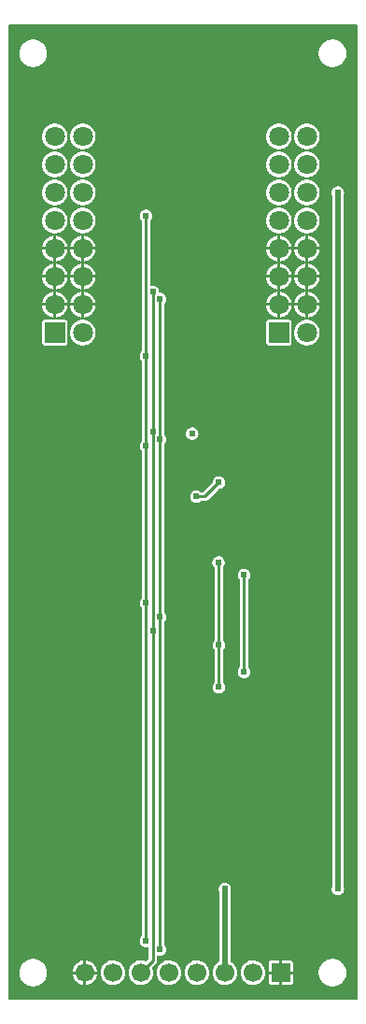
<source format=gtl>
G04 Layer: TopLayer*
G04 EasyEDA v6.5.42, 2024-03-10 10:04:45*
G04 fe9a7845ffe14e3b902077880b4d51a8,5a6b42c53f6a479593ecc07194224c93,10*
G04 Gerber Generator version 0.2*
G04 Scale: 100 percent, Rotated: No, Reflected: No *
G04 Dimensions in millimeters *
G04 leading zeros omitted , absolute positions ,4 integer and 5 decimal *
%FSLAX45Y45*%
%MOMM*%

%AMMACRO1*21,1,$1,$2,0,0,$3*%
%ADD10C,0.2540*%
%ADD11C,0.5000*%
%ADD12MACRO1,1.8X1.8X90.0000*%
%ADD13C,1.8000*%
%ADD14MACRO1,1.7X1.7X0.0000*%
%ADD15C,1.7000*%
%ADD16C,0.6200*%
%ADD17C,0.0153*%

%LPD*%
G36*
X480568Y2972308D02*
G01*
X476656Y2973070D01*
X473405Y2975305D01*
X471170Y2978556D01*
X470408Y2982468D01*
X470408Y11800332D01*
X471170Y11804243D01*
X473405Y11807494D01*
X476656Y11809730D01*
X480568Y11810492D01*
X3621532Y11810492D01*
X3625443Y11809730D01*
X3628694Y11807494D01*
X3630929Y11804243D01*
X3631692Y11800332D01*
X3631692Y2982468D01*
X3630929Y2978556D01*
X3628694Y2975305D01*
X3625443Y2973070D01*
X3621532Y2972308D01*
G37*

%LPC*%
G36*
X3406394Y11422176D02*
G01*
X3421583Y11423091D01*
X3436518Y11425834D01*
X3451047Y11430355D01*
X3464915Y11436604D01*
X3477920Y11444478D01*
X3489858Y11453876D01*
X3500628Y11464594D01*
X3509975Y11476583D01*
X3517849Y11489588D01*
X3524097Y11503456D01*
X3528618Y11517934D01*
X3531362Y11532920D01*
X3532276Y11548059D01*
X3531362Y11563248D01*
X3528618Y11578234D01*
X3524097Y11592712D01*
X3517849Y11606580D01*
X3509975Y11619585D01*
X3500628Y11631574D01*
X3489858Y11642293D01*
X3477920Y11651691D01*
X3464915Y11659565D01*
X3451047Y11665813D01*
X3436518Y11670334D01*
X3421583Y11673078D01*
X3406394Y11673992D01*
X3391204Y11673078D01*
X3376269Y11670334D01*
X3361740Y11665813D01*
X3347872Y11659565D01*
X3334867Y11651691D01*
X3322929Y11642293D01*
X3312160Y11631574D01*
X3302812Y11619585D01*
X3294938Y11606580D01*
X3288690Y11592712D01*
X3284169Y11578234D01*
X3281426Y11563248D01*
X3280511Y11548059D01*
X3281426Y11532920D01*
X3284169Y11517934D01*
X3288690Y11503456D01*
X3294938Y11489588D01*
X3302812Y11476583D01*
X3312160Y11464594D01*
X3322929Y11453876D01*
X3334867Y11444478D01*
X3347872Y11436604D01*
X3361740Y11430355D01*
X3376269Y11425834D01*
X3391204Y11423091D01*
G37*
G36*
X691388Y3090976D02*
G01*
X706577Y3091891D01*
X721512Y3094634D01*
X736041Y3099155D01*
X749909Y3105404D01*
X762914Y3113278D01*
X774852Y3122676D01*
X785622Y3133394D01*
X794969Y3145383D01*
X802843Y3158388D01*
X809091Y3172256D01*
X813612Y3186734D01*
X816356Y3201720D01*
X817270Y3216859D01*
X816356Y3232048D01*
X813612Y3247034D01*
X809091Y3261512D01*
X802843Y3275380D01*
X794969Y3288385D01*
X785622Y3300374D01*
X774852Y3311093D01*
X762914Y3320491D01*
X749909Y3328365D01*
X736041Y3334613D01*
X721512Y3339134D01*
X706577Y3341878D01*
X691388Y3342792D01*
X676198Y3341878D01*
X661263Y3339134D01*
X646734Y3334613D01*
X632866Y3328365D01*
X619861Y3320491D01*
X607923Y3311093D01*
X597154Y3300374D01*
X587806Y3288385D01*
X579932Y3275380D01*
X573684Y3261512D01*
X569163Y3247034D01*
X566420Y3232048D01*
X565505Y3216859D01*
X566420Y3201720D01*
X569163Y3186734D01*
X573684Y3172256D01*
X579932Y3158388D01*
X587806Y3145383D01*
X597154Y3133394D01*
X607923Y3122676D01*
X619861Y3113278D01*
X632866Y3105404D01*
X646734Y3099155D01*
X661263Y3094634D01*
X676198Y3091891D01*
G37*
G36*
X2853080Y3105962D02*
G01*
X2924810Y3105962D01*
X2924810Y3204210D01*
X2826562Y3204210D01*
X2826562Y3132480D01*
X2827274Y3126130D01*
X2829204Y3120694D01*
X2832303Y3115767D01*
X2836367Y3111703D01*
X2841294Y3108604D01*
X2846730Y3106674D01*
G37*
G36*
X2950210Y3105962D02*
G01*
X3021939Y3105962D01*
X3028238Y3106674D01*
X3033725Y3108604D01*
X3038602Y3111703D01*
X3042716Y3115767D01*
X3045764Y3120694D01*
X3047695Y3126130D01*
X3048406Y3132480D01*
X3048406Y3204210D01*
X2950210Y3204210D01*
G37*
G36*
X2679954Y3106064D02*
G01*
X2694127Y3106521D01*
X2708148Y3108807D01*
X2721813Y3112820D01*
X2734767Y3118561D01*
X2746959Y3125927D01*
X2758033Y3134817D01*
X2767939Y3145028D01*
X2776423Y3156407D01*
X2783382Y3168802D01*
X2788716Y3181959D01*
X2792323Y3195675D01*
X2794152Y3209798D01*
X2794152Y3224022D01*
X2792323Y3238093D01*
X2788716Y3251860D01*
X2783382Y3265017D01*
X2776423Y3277362D01*
X2767939Y3288792D01*
X2758033Y3299002D01*
X2746959Y3307842D01*
X2734767Y3315208D01*
X2721813Y3320948D01*
X2708148Y3325012D01*
X2694127Y3327247D01*
X2679954Y3327704D01*
X2665780Y3326384D01*
X2651963Y3323183D01*
X2638602Y3318306D01*
X2626004Y3311702D01*
X2614371Y3303574D01*
X2603855Y3294024D01*
X2594610Y3283204D01*
X2586888Y3271316D01*
X2580690Y3258515D01*
X2576220Y3245002D01*
X2573528Y3231083D01*
X2572613Y3216910D01*
X2573528Y3202736D01*
X2576220Y3188766D01*
X2580690Y3175304D01*
X2586888Y3162503D01*
X2594610Y3150565D01*
X2603855Y3139744D01*
X2614371Y3130194D01*
X2626004Y3122066D01*
X2638602Y3115513D01*
X2651963Y3110585D01*
X2665780Y3107436D01*
G37*
G36*
X1409954Y3106064D02*
G01*
X1424127Y3106521D01*
X1438148Y3108807D01*
X1451813Y3112820D01*
X1464767Y3118561D01*
X1476959Y3125927D01*
X1488033Y3134817D01*
X1497939Y3145028D01*
X1506423Y3156407D01*
X1513382Y3168802D01*
X1518716Y3181959D01*
X1522323Y3195675D01*
X1524152Y3209798D01*
X1524152Y3224022D01*
X1522323Y3238093D01*
X1518716Y3251860D01*
X1513382Y3265017D01*
X1506423Y3277362D01*
X1497939Y3288792D01*
X1488033Y3299002D01*
X1476959Y3307842D01*
X1464767Y3315208D01*
X1451813Y3320948D01*
X1438148Y3325012D01*
X1424127Y3327247D01*
X1409954Y3327704D01*
X1395780Y3326384D01*
X1381963Y3323183D01*
X1368602Y3318306D01*
X1356004Y3311702D01*
X1344371Y3303574D01*
X1333855Y3294024D01*
X1324610Y3283204D01*
X1316888Y3271316D01*
X1310690Y3258515D01*
X1306220Y3245002D01*
X1303528Y3231083D01*
X1302613Y3216910D01*
X1303528Y3202736D01*
X1306220Y3188766D01*
X1310690Y3175304D01*
X1316888Y3162503D01*
X1324610Y3150565D01*
X1333855Y3139744D01*
X1344371Y3130194D01*
X1356004Y3122066D01*
X1368602Y3115513D01*
X1381963Y3110585D01*
X1395780Y3107436D01*
G37*
G36*
X2171954Y3106064D02*
G01*
X2186127Y3106521D01*
X2200148Y3108807D01*
X2213813Y3112820D01*
X2226767Y3118561D01*
X2238959Y3125927D01*
X2250033Y3134817D01*
X2259939Y3145028D01*
X2268423Y3156407D01*
X2275382Y3168802D01*
X2280716Y3181959D01*
X2284323Y3195675D01*
X2286152Y3209798D01*
X2286152Y3224022D01*
X2284323Y3238093D01*
X2280716Y3251860D01*
X2275382Y3265017D01*
X2268423Y3277362D01*
X2259939Y3288792D01*
X2250033Y3299002D01*
X2238959Y3307842D01*
X2226767Y3315208D01*
X2213813Y3320948D01*
X2200148Y3325012D01*
X2186127Y3327247D01*
X2171954Y3327704D01*
X2157780Y3326384D01*
X2143963Y3323183D01*
X2130602Y3318306D01*
X2118004Y3311702D01*
X2106371Y3303574D01*
X2095855Y3294024D01*
X2086610Y3283204D01*
X2078888Y3271316D01*
X2072690Y3258515D01*
X2068220Y3245002D01*
X2065528Y3231083D01*
X2064613Y3216910D01*
X2065528Y3202736D01*
X2068220Y3188766D01*
X2072690Y3175304D01*
X2078888Y3162503D01*
X2086610Y3150565D01*
X2095855Y3139744D01*
X2106371Y3130194D01*
X2118004Y3122066D01*
X2130602Y3115513D01*
X2143963Y3110585D01*
X2157780Y3107436D01*
G37*
G36*
X1917954Y3106064D02*
G01*
X1932127Y3106521D01*
X1946148Y3108807D01*
X1959813Y3112820D01*
X1972767Y3118561D01*
X1984959Y3125927D01*
X1996033Y3134817D01*
X2005939Y3145028D01*
X2014423Y3156407D01*
X2021382Y3168802D01*
X2026716Y3181959D01*
X2030323Y3195675D01*
X2032152Y3209798D01*
X2032152Y3224022D01*
X2030323Y3238093D01*
X2026716Y3251860D01*
X2021382Y3265017D01*
X2014423Y3277362D01*
X2005939Y3288792D01*
X1996033Y3299002D01*
X1984959Y3307842D01*
X1972767Y3315208D01*
X1959813Y3320948D01*
X1946148Y3325012D01*
X1932127Y3327247D01*
X1917954Y3327704D01*
X1903780Y3326384D01*
X1889963Y3323183D01*
X1876602Y3318306D01*
X1864004Y3311702D01*
X1852371Y3303574D01*
X1841855Y3294024D01*
X1832610Y3283204D01*
X1824888Y3271316D01*
X1818690Y3258515D01*
X1814220Y3245002D01*
X1811528Y3231083D01*
X1810613Y3216910D01*
X1811528Y3202736D01*
X1814220Y3188766D01*
X1818690Y3175304D01*
X1824888Y3162503D01*
X1832610Y3150565D01*
X1841855Y3139744D01*
X1852371Y3130194D01*
X1864004Y3122066D01*
X1876602Y3115513D01*
X1889963Y3110585D01*
X1903780Y3107436D01*
G37*
G36*
X2425954Y3106064D02*
G01*
X2440127Y3106521D01*
X2454148Y3108807D01*
X2467813Y3112820D01*
X2480767Y3118561D01*
X2492959Y3125927D01*
X2504033Y3134817D01*
X2513939Y3145028D01*
X2522423Y3156407D01*
X2529382Y3168802D01*
X2534716Y3181959D01*
X2538323Y3195675D01*
X2540152Y3209798D01*
X2540152Y3224022D01*
X2538323Y3238093D01*
X2534716Y3251860D01*
X2529382Y3265017D01*
X2522423Y3277362D01*
X2513939Y3288792D01*
X2504033Y3299002D01*
X2492959Y3307842D01*
X2485288Y3312464D01*
X2482697Y3314750D01*
X2481021Y3317748D01*
X2480411Y3321151D01*
X2480411Y3947972D01*
X2481326Y3952138D01*
X2483154Y3956151D01*
X2485542Y3965498D01*
X2486355Y3975100D01*
X2485542Y3984701D01*
X2483154Y3994048D01*
X2479141Y4002836D01*
X2473756Y4010812D01*
X2467102Y4017772D01*
X2459329Y4023512D01*
X2450693Y4027881D01*
X2441498Y4030675D01*
X2431897Y4031945D01*
X2422296Y4031487D01*
X2412847Y4029456D01*
X2403906Y4025900D01*
X2395677Y4020820D01*
X2388463Y4014470D01*
X2382367Y4006951D01*
X2377694Y3998518D01*
X2374493Y3989425D01*
X2372817Y3979926D01*
X2372817Y3970274D01*
X2374493Y3960774D01*
X2377998Y3950766D01*
X2378608Y3947414D01*
X2378608Y3321304D01*
X2377948Y3317697D01*
X2376017Y3314547D01*
X2360371Y3303574D01*
X2349855Y3294024D01*
X2340610Y3283204D01*
X2332888Y3271316D01*
X2326690Y3258515D01*
X2322220Y3245002D01*
X2319528Y3231083D01*
X2318613Y3216910D01*
X2319528Y3202736D01*
X2322220Y3188766D01*
X2326690Y3175304D01*
X2332888Y3162503D01*
X2340610Y3150565D01*
X2349855Y3139744D01*
X2360371Y3130194D01*
X2372004Y3122066D01*
X2384602Y3115513D01*
X2397963Y3110585D01*
X2411780Y3107436D01*
G37*
G36*
X1663954Y3106064D02*
G01*
X1678127Y3106521D01*
X1692148Y3108807D01*
X1705813Y3112820D01*
X1718767Y3118561D01*
X1730959Y3125927D01*
X1742033Y3134817D01*
X1751939Y3145028D01*
X1760423Y3156407D01*
X1767382Y3168802D01*
X1772716Y3181959D01*
X1776323Y3195675D01*
X1778152Y3209798D01*
X1778152Y3224022D01*
X1776323Y3238093D01*
X1772716Y3251860D01*
X1770735Y3256788D01*
X1769973Y3260648D01*
X1770786Y3264509D01*
X1772970Y3267760D01*
X1804924Y3299764D01*
X1810054Y3305962D01*
X1813610Y3312668D01*
X1815795Y3319881D01*
X1816607Y3327908D01*
X1816607Y3363823D01*
X1817624Y3368192D01*
X1820367Y3371697D01*
X1824431Y3373678D01*
X1828901Y3373729D01*
X1834286Y3372612D01*
X1843938Y3372154D01*
X1853488Y3373424D01*
X1862683Y3376218D01*
X1871319Y3380587D01*
X1879092Y3386328D01*
X1885746Y3393287D01*
X1891131Y3401263D01*
X1895144Y3410051D01*
X1897532Y3419398D01*
X1898396Y3429000D01*
X1897532Y3438601D01*
X1895144Y3447948D01*
X1891131Y3456736D01*
X1885746Y3464712D01*
X1882952Y3467658D01*
X1880819Y3470910D01*
X1880107Y3474720D01*
X1880107Y6393180D01*
X1880819Y6396990D01*
X1882952Y6400241D01*
X1885746Y6403187D01*
X1891131Y6411163D01*
X1895144Y6419951D01*
X1897532Y6429298D01*
X1898396Y6438900D01*
X1897532Y6448501D01*
X1895144Y6457848D01*
X1891131Y6466636D01*
X1885746Y6474612D01*
X1882952Y6477558D01*
X1880819Y6480810D01*
X1880107Y6484620D01*
X1880107Y8006080D01*
X1880819Y8009890D01*
X1882952Y8013141D01*
X1885746Y8016087D01*
X1891131Y8024063D01*
X1895144Y8032851D01*
X1897532Y8042198D01*
X1898396Y8051800D01*
X1897532Y8061401D01*
X1895144Y8070748D01*
X1891131Y8079536D01*
X1885746Y8087512D01*
X1882952Y8090458D01*
X1880819Y8093709D01*
X1880107Y8097520D01*
X1880107Y9276080D01*
X1880819Y9279890D01*
X1882952Y9283141D01*
X1885746Y9286087D01*
X1891131Y9294063D01*
X1895144Y9302851D01*
X1897532Y9312198D01*
X1898396Y9321800D01*
X1897532Y9331401D01*
X1895144Y9340748D01*
X1891131Y9349536D01*
X1885746Y9357512D01*
X1879092Y9364472D01*
X1871319Y9370212D01*
X1862683Y9374581D01*
X1853488Y9377375D01*
X1843481Y9378696D01*
X1840179Y9379661D01*
X1837436Y9381744D01*
X1835505Y9384588D01*
X1834642Y9387890D01*
X1834032Y9394901D01*
X1831644Y9404248D01*
X1827631Y9413036D01*
X1822246Y9421012D01*
X1815592Y9427972D01*
X1807819Y9433712D01*
X1799183Y9438081D01*
X1789988Y9440875D01*
X1780438Y9442145D01*
X1770786Y9441688D01*
X1765401Y9440570D01*
X1760931Y9440621D01*
X1756867Y9442602D01*
X1754124Y9446107D01*
X1753107Y9450476D01*
X1753107Y10029088D01*
X1753819Y10032898D01*
X1755952Y10036149D01*
X1758746Y10039096D01*
X1764131Y10047071D01*
X1768144Y10055860D01*
X1770532Y10065207D01*
X1771396Y10074808D01*
X1770532Y10084409D01*
X1768144Y10093756D01*
X1764131Y10102545D01*
X1758746Y10110520D01*
X1752092Y10117480D01*
X1744319Y10123220D01*
X1735683Y10127589D01*
X1726488Y10130383D01*
X1716938Y10131653D01*
X1707286Y10131196D01*
X1697837Y10129164D01*
X1688896Y10125608D01*
X1680667Y10120528D01*
X1673453Y10114178D01*
X1667357Y10106660D01*
X1662684Y10098227D01*
X1659483Y10089134D01*
X1657857Y10079634D01*
X1657857Y10069982D01*
X1659483Y10060482D01*
X1662684Y10051389D01*
X1667357Y10042956D01*
X1673656Y10035235D01*
X1675333Y10032238D01*
X1675892Y10028834D01*
X1675892Y8850782D01*
X1675333Y8847378D01*
X1673656Y8844381D01*
X1667357Y8836660D01*
X1662684Y8828227D01*
X1659483Y8819134D01*
X1657857Y8809634D01*
X1657857Y8799982D01*
X1659483Y8790482D01*
X1662684Y8781389D01*
X1667357Y8772956D01*
X1673656Y8765235D01*
X1675333Y8762238D01*
X1675892Y8758834D01*
X1675892Y8034274D01*
X1675333Y8030870D01*
X1673656Y8027873D01*
X1667357Y8020151D01*
X1662684Y8011718D01*
X1659483Y8002625D01*
X1657857Y7993125D01*
X1657857Y7983474D01*
X1659483Y7973974D01*
X1662684Y7964881D01*
X1667357Y7956448D01*
X1673656Y7948726D01*
X1675333Y7945729D01*
X1675892Y7942325D01*
X1675892Y6611874D01*
X1675333Y6608470D01*
X1673656Y6605473D01*
X1667357Y6597751D01*
X1662684Y6589318D01*
X1659483Y6580225D01*
X1657857Y6570725D01*
X1657857Y6561074D01*
X1659483Y6551574D01*
X1662684Y6542481D01*
X1667357Y6534048D01*
X1673656Y6526326D01*
X1675333Y6523329D01*
X1675892Y6519926D01*
X1675892Y3551174D01*
X1675333Y3547770D01*
X1673656Y3544773D01*
X1667357Y3537051D01*
X1662684Y3528618D01*
X1659483Y3519525D01*
X1657857Y3510026D01*
X1657857Y3500374D01*
X1659483Y3490874D01*
X1662684Y3481781D01*
X1667357Y3473348D01*
X1673453Y3465829D01*
X1680667Y3459479D01*
X1688896Y3454400D01*
X1697837Y3450844D01*
X1707286Y3448812D01*
X1716887Y3448405D01*
X1727860Y3449878D01*
X1732127Y3449574D01*
X1735886Y3447491D01*
X1738477Y3444036D01*
X1739392Y3439820D01*
X1739392Y3347618D01*
X1738630Y3343706D01*
X1736394Y3340404D01*
X1718462Y3322472D01*
X1715109Y3320237D01*
X1711096Y3319475D01*
X1692148Y3325012D01*
X1678127Y3327247D01*
X1663954Y3327704D01*
X1649780Y3326384D01*
X1635963Y3323183D01*
X1622602Y3318306D01*
X1610004Y3311702D01*
X1598371Y3303574D01*
X1587855Y3294024D01*
X1578610Y3283204D01*
X1570888Y3271316D01*
X1564690Y3258515D01*
X1560220Y3245002D01*
X1557528Y3231083D01*
X1556613Y3216910D01*
X1557528Y3202736D01*
X1560220Y3188766D01*
X1564690Y3175304D01*
X1570888Y3162503D01*
X1578610Y3150565D01*
X1587855Y3139744D01*
X1598371Y3130194D01*
X1610004Y3122066D01*
X1622602Y3115513D01*
X1635963Y3110585D01*
X1649780Y3107436D01*
G37*
G36*
X1172210Y3106877D02*
G01*
X1184148Y3108807D01*
X1197813Y3112820D01*
X1210767Y3118561D01*
X1222959Y3125927D01*
X1234033Y3134817D01*
X1243939Y3145028D01*
X1252423Y3156407D01*
X1259382Y3168802D01*
X1264716Y3181959D01*
X1268323Y3195675D01*
X1269441Y3204210D01*
X1172210Y3204210D01*
G37*
G36*
X1146810Y3106928D02*
G01*
X1146810Y3204210D01*
X1049426Y3204210D01*
X1049528Y3202736D01*
X1052220Y3188766D01*
X1056690Y3175304D01*
X1062888Y3162503D01*
X1070610Y3150565D01*
X1079855Y3139744D01*
X1090371Y3130194D01*
X1102004Y3122066D01*
X1114602Y3115513D01*
X1127963Y3110585D01*
X1141780Y3107436D01*
G37*
G36*
X1172210Y3229610D02*
G01*
X1269441Y3229610D01*
X1268323Y3238093D01*
X1264716Y3251860D01*
X1259382Y3265017D01*
X1252423Y3277362D01*
X1243939Y3288792D01*
X1234033Y3299002D01*
X1222959Y3307842D01*
X1210767Y3315208D01*
X1197813Y3320948D01*
X1184148Y3325012D01*
X1172210Y3326942D01*
G37*
G36*
X1049426Y3229610D02*
G01*
X1146810Y3229610D01*
X1146810Y3326841D01*
X1141780Y3326384D01*
X1127963Y3323183D01*
X1114602Y3318306D01*
X1102004Y3311702D01*
X1090371Y3303574D01*
X1079855Y3294024D01*
X1070610Y3283204D01*
X1062888Y3271316D01*
X1056690Y3258515D01*
X1052220Y3245002D01*
X1049528Y3231083D01*
G37*
G36*
X2950210Y3229610D02*
G01*
X3048406Y3229610D01*
X3048406Y3301339D01*
X3047695Y3307638D01*
X3045764Y3313125D01*
X3042716Y3318001D01*
X3038602Y3322116D01*
X3033725Y3325164D01*
X3028238Y3327095D01*
X3021939Y3327806D01*
X2950210Y3327806D01*
G37*
G36*
X2826562Y3229610D02*
G01*
X2924810Y3229610D01*
X2924810Y3327806D01*
X2853080Y3327806D01*
X2846730Y3327095D01*
X2841294Y3325164D01*
X2836367Y3322116D01*
X2832303Y3318001D01*
X2829204Y3313125D01*
X2827274Y3307638D01*
X2826562Y3301339D01*
G37*
G36*
X691388Y11422176D02*
G01*
X706577Y11423091D01*
X721512Y11425834D01*
X736041Y11430355D01*
X749909Y11436604D01*
X762914Y11444478D01*
X774852Y11453876D01*
X785622Y11464594D01*
X794969Y11476583D01*
X802843Y11489588D01*
X809091Y11503456D01*
X813612Y11517934D01*
X816356Y11532920D01*
X817270Y11548059D01*
X816356Y11563248D01*
X813612Y11578234D01*
X809091Y11592712D01*
X802843Y11606580D01*
X794969Y11619585D01*
X785622Y11631574D01*
X774852Y11642293D01*
X762914Y11651691D01*
X749909Y11659565D01*
X736041Y11665813D01*
X721512Y11670334D01*
X706577Y11673078D01*
X691388Y11673992D01*
X676198Y11673078D01*
X661263Y11670334D01*
X646734Y11665813D01*
X632866Y11659565D01*
X619861Y11651691D01*
X607923Y11642293D01*
X597154Y11631574D01*
X587806Y11619585D01*
X579932Y11606580D01*
X573684Y11592712D01*
X569163Y11578234D01*
X566420Y11563248D01*
X565505Y11548059D01*
X566420Y11532920D01*
X569163Y11517934D01*
X573684Y11503456D01*
X579932Y11489588D01*
X587806Y11476583D01*
X597154Y11464594D01*
X607923Y11453876D01*
X619861Y11444478D01*
X632866Y11436604D01*
X646734Y11430355D01*
X661263Y11425834D01*
X676198Y11423091D01*
G37*
G36*
X1143000Y10679125D02*
G01*
X1157528Y10680039D01*
X1171803Y10682732D01*
X1185672Y10687253D01*
X1198829Y10693450D01*
X1211122Y10701223D01*
X1222349Y10710519D01*
X1232306Y10721136D01*
X1240840Y10732922D01*
X1247851Y10745673D01*
X1253236Y10759186D01*
X1256842Y10773308D01*
X1258671Y10787735D01*
X1258671Y10802264D01*
X1256842Y10816691D01*
X1253236Y10830814D01*
X1247851Y10844326D01*
X1240840Y10857077D01*
X1232306Y10868863D01*
X1222349Y10879480D01*
X1211122Y10888776D01*
X1198829Y10896549D01*
X1185672Y10902746D01*
X1171803Y10907268D01*
X1157528Y10909960D01*
X1143000Y10910874D01*
X1128471Y10909960D01*
X1114196Y10907268D01*
X1100328Y10902746D01*
X1087170Y10896549D01*
X1074877Y10888776D01*
X1063650Y10879480D01*
X1053693Y10868863D01*
X1045159Y10857077D01*
X1038148Y10844326D01*
X1032764Y10830814D01*
X1029157Y10816691D01*
X1027328Y10802264D01*
X1027328Y10787735D01*
X1029157Y10773308D01*
X1032764Y10759186D01*
X1038148Y10745673D01*
X1045159Y10732922D01*
X1053693Y10721136D01*
X1063650Y10710519D01*
X1074877Y10701223D01*
X1087170Y10693450D01*
X1100328Y10687253D01*
X1114196Y10682732D01*
X1128471Y10680039D01*
G37*
G36*
X2921000Y10679125D02*
G01*
X2935528Y10680039D01*
X2949803Y10682732D01*
X2963672Y10687253D01*
X2976829Y10693450D01*
X2989122Y10701223D01*
X3000349Y10710519D01*
X3010306Y10721136D01*
X3018840Y10732922D01*
X3025851Y10745673D01*
X3031236Y10759186D01*
X3034842Y10773308D01*
X3036671Y10787735D01*
X3036671Y10802264D01*
X3034842Y10816691D01*
X3031236Y10830814D01*
X3025851Y10844326D01*
X3018840Y10857077D01*
X3010306Y10868863D01*
X3000349Y10879480D01*
X2989122Y10888776D01*
X2976829Y10896549D01*
X2963672Y10902746D01*
X2949803Y10907268D01*
X2935528Y10909960D01*
X2921000Y10910874D01*
X2906471Y10909960D01*
X2892196Y10907268D01*
X2878328Y10902746D01*
X2865170Y10896549D01*
X2852877Y10888776D01*
X2841650Y10879480D01*
X2831693Y10868863D01*
X2823159Y10857077D01*
X2816148Y10844326D01*
X2810764Y10830814D01*
X2807157Y10816691D01*
X2805328Y10802264D01*
X2805328Y10787735D01*
X2807157Y10773308D01*
X2810764Y10759186D01*
X2816148Y10745673D01*
X2823159Y10732922D01*
X2831693Y10721136D01*
X2841650Y10710519D01*
X2852877Y10701223D01*
X2865170Y10693450D01*
X2878328Y10687253D01*
X2892196Y10682732D01*
X2906471Y10680039D01*
G37*
G36*
X3456838Y3918254D02*
G01*
X3466388Y3919524D01*
X3475583Y3922318D01*
X3484219Y3926687D01*
X3491992Y3932428D01*
X3498646Y3939387D01*
X3504031Y3947363D01*
X3508044Y3956151D01*
X3510432Y3965498D01*
X3511296Y3975100D01*
X3510432Y3984701D01*
X3508044Y3994048D01*
X3506215Y3998061D01*
X3505301Y4002227D01*
X3505301Y10259872D01*
X3506215Y10264038D01*
X3508044Y10268051D01*
X3510432Y10277398D01*
X3511296Y10287000D01*
X3510432Y10296601D01*
X3508044Y10305948D01*
X3504031Y10314736D01*
X3498646Y10322712D01*
X3491992Y10329672D01*
X3484219Y10335412D01*
X3475583Y10339781D01*
X3466388Y10342575D01*
X3456838Y10343845D01*
X3447186Y10343388D01*
X3437737Y10341356D01*
X3428796Y10337800D01*
X3420567Y10332720D01*
X3413353Y10326370D01*
X3407257Y10318851D01*
X3402584Y10310418D01*
X3399383Y10301325D01*
X3397758Y10291826D01*
X3397758Y10282174D01*
X3399383Y10272674D01*
X3402888Y10262666D01*
X3403498Y10259314D01*
X3403498Y4002786D01*
X3402888Y3999433D01*
X3399383Y3989425D01*
X3397758Y3979926D01*
X3397758Y3970274D01*
X3399383Y3960774D01*
X3402584Y3951681D01*
X3407257Y3943248D01*
X3413353Y3935729D01*
X3420567Y3929379D01*
X3428796Y3924300D01*
X3437737Y3920744D01*
X3447186Y3918712D01*
G37*
G36*
X2377338Y5747054D02*
G01*
X2386888Y5748324D01*
X2396083Y5751118D01*
X2404719Y5755487D01*
X2412492Y5761228D01*
X2419146Y5768187D01*
X2424531Y5776163D01*
X2428544Y5784951D01*
X2430932Y5794298D01*
X2431796Y5803900D01*
X2430932Y5813501D01*
X2428544Y5822848D01*
X2424531Y5831636D01*
X2419146Y5839612D01*
X2416352Y5842558D01*
X2414219Y5845810D01*
X2413508Y5849620D01*
X2413508Y6139180D01*
X2414219Y6142990D01*
X2416352Y6146241D01*
X2419146Y6149187D01*
X2424531Y6157163D01*
X2428544Y6165951D01*
X2430932Y6175298D01*
X2431796Y6184900D01*
X2430932Y6194501D01*
X2428544Y6203848D01*
X2424531Y6212636D01*
X2419146Y6220612D01*
X2416352Y6223558D01*
X2414219Y6226810D01*
X2413508Y6230620D01*
X2413508Y6889953D01*
X2414219Y6893763D01*
X2416352Y6897014D01*
X2417775Y6898487D01*
X2423160Y6906463D01*
X2427122Y6915251D01*
X2429560Y6924598D01*
X2430373Y6934200D01*
X2429560Y6943801D01*
X2427122Y6953148D01*
X2423160Y6961936D01*
X2417775Y6969912D01*
X2411069Y6976872D01*
X2403297Y6982612D01*
X2394712Y6986981D01*
X2385466Y6989775D01*
X2375916Y6991045D01*
X2366264Y6990588D01*
X2356866Y6988556D01*
X2347874Y6985000D01*
X2339695Y6979920D01*
X2332431Y6973570D01*
X2326386Y6966051D01*
X2321661Y6957618D01*
X2318461Y6948525D01*
X2316835Y6939025D01*
X2316835Y6929374D01*
X2318461Y6919874D01*
X2321661Y6910781D01*
X2326386Y6902348D01*
X2332837Y6894474D01*
X2335377Y6891070D01*
X2336292Y6886854D01*
X2336292Y6230874D01*
X2335733Y6227470D01*
X2334056Y6224473D01*
X2327757Y6216751D01*
X2323084Y6208318D01*
X2319883Y6199225D01*
X2318258Y6189726D01*
X2318258Y6180074D01*
X2319883Y6170574D01*
X2323084Y6161481D01*
X2327757Y6153048D01*
X2334056Y6145326D01*
X2335733Y6142329D01*
X2336292Y6138926D01*
X2336292Y5849874D01*
X2335733Y5846470D01*
X2334056Y5843473D01*
X2327757Y5835751D01*
X2323084Y5827318D01*
X2319883Y5818225D01*
X2318258Y5808726D01*
X2318258Y5799074D01*
X2319883Y5789574D01*
X2323084Y5780481D01*
X2327757Y5772048D01*
X2333853Y5764530D01*
X2341067Y5758180D01*
X2349296Y5753100D01*
X2358237Y5749544D01*
X2367686Y5747512D01*
G37*
G36*
X2605938Y5886754D02*
G01*
X2615488Y5888024D01*
X2624683Y5890818D01*
X2633319Y5895187D01*
X2641092Y5900928D01*
X2647746Y5907887D01*
X2653131Y5915863D01*
X2657144Y5924651D01*
X2659532Y5933998D01*
X2660396Y5943600D01*
X2659532Y5953201D01*
X2657144Y5962548D01*
X2653131Y5971336D01*
X2647746Y5979312D01*
X2644952Y5982258D01*
X2642819Y5985510D01*
X2642108Y5989320D01*
X2642108Y6774180D01*
X2642819Y6777990D01*
X2644952Y6781241D01*
X2647746Y6784187D01*
X2653131Y6792163D01*
X2657144Y6800951D01*
X2659532Y6810298D01*
X2660396Y6819900D01*
X2659532Y6829501D01*
X2657144Y6838848D01*
X2653131Y6847636D01*
X2647746Y6855612D01*
X2641092Y6862572D01*
X2633319Y6868312D01*
X2624683Y6872681D01*
X2615488Y6875475D01*
X2605938Y6876745D01*
X2596286Y6876288D01*
X2586837Y6874256D01*
X2577896Y6870700D01*
X2569667Y6865620D01*
X2562453Y6859270D01*
X2556357Y6851751D01*
X2551684Y6843318D01*
X2548483Y6834225D01*
X2546858Y6824725D01*
X2546858Y6815074D01*
X2548483Y6805574D01*
X2551684Y6796481D01*
X2556357Y6788048D01*
X2562656Y6780326D01*
X2564333Y6777329D01*
X2564892Y6773925D01*
X2564892Y5989574D01*
X2564333Y5986170D01*
X2562656Y5983173D01*
X2556357Y5975451D01*
X2551684Y5967018D01*
X2548483Y5957925D01*
X2546858Y5948426D01*
X2546858Y5938774D01*
X2548483Y5929274D01*
X2551684Y5920181D01*
X2556357Y5911748D01*
X2562453Y5904230D01*
X2569667Y5897880D01*
X2577896Y5892800D01*
X2586837Y5889244D01*
X2596286Y5887212D01*
G37*
G36*
X2174138Y7474254D02*
G01*
X2183688Y7475524D01*
X2192883Y7478318D01*
X2201519Y7482687D01*
X2213559Y7491679D01*
X2217521Y7492492D01*
X2247392Y7492492D01*
X2255418Y7493304D01*
X2262632Y7495489D01*
X2269337Y7499045D01*
X2275535Y7504175D01*
X2369718Y7598308D01*
X2373223Y7600594D01*
X2386888Y7602524D01*
X2396083Y7605318D01*
X2404719Y7609687D01*
X2412492Y7615428D01*
X2419146Y7622387D01*
X2424531Y7630363D01*
X2428544Y7639151D01*
X2430932Y7648498D01*
X2431796Y7658100D01*
X2430932Y7667701D01*
X2428544Y7677048D01*
X2424531Y7685836D01*
X2419146Y7693812D01*
X2412492Y7700772D01*
X2404719Y7706512D01*
X2396083Y7710881D01*
X2386888Y7713675D01*
X2377338Y7714945D01*
X2367686Y7714488D01*
X2358237Y7712456D01*
X2349296Y7708900D01*
X2341067Y7703820D01*
X2333853Y7697470D01*
X2327757Y7689951D01*
X2323084Y7681518D01*
X2319883Y7672425D01*
X2318258Y7662925D01*
X2318258Y7660233D01*
X2317445Y7656372D01*
X2315260Y7653070D01*
X2234895Y7572705D01*
X2231593Y7570470D01*
X2227681Y7569708D01*
X2217521Y7569708D01*
X2213559Y7570520D01*
X2201519Y7579512D01*
X2192883Y7583881D01*
X2183688Y7586675D01*
X2174138Y7587945D01*
X2164486Y7587488D01*
X2155037Y7585456D01*
X2146096Y7581900D01*
X2137867Y7576820D01*
X2130653Y7570470D01*
X2124557Y7562951D01*
X2119884Y7554518D01*
X2116683Y7545425D01*
X2115058Y7535925D01*
X2115058Y7526274D01*
X2116683Y7516774D01*
X2119884Y7507681D01*
X2124557Y7499248D01*
X2130653Y7491730D01*
X2137867Y7485380D01*
X2146096Y7480300D01*
X2155037Y7476744D01*
X2164486Y7474712D01*
G37*
G36*
X3175000Y10679125D02*
G01*
X3189528Y10680039D01*
X3203803Y10682732D01*
X3217672Y10687253D01*
X3230829Y10693450D01*
X3243122Y10701223D01*
X3254349Y10710519D01*
X3264306Y10721136D01*
X3272840Y10732922D01*
X3279851Y10745673D01*
X3285236Y10759186D01*
X3288842Y10773308D01*
X3290671Y10787735D01*
X3290671Y10802264D01*
X3288842Y10816691D01*
X3285236Y10830814D01*
X3279851Y10844326D01*
X3272840Y10857077D01*
X3264306Y10868863D01*
X3254349Y10879480D01*
X3243122Y10888776D01*
X3230829Y10896549D01*
X3217672Y10902746D01*
X3203803Y10907268D01*
X3189528Y10909960D01*
X3175000Y10910874D01*
X3160471Y10909960D01*
X3146196Y10907268D01*
X3132328Y10902746D01*
X3119170Y10896549D01*
X3106877Y10888776D01*
X3095650Y10879480D01*
X3085693Y10868863D01*
X3077159Y10857077D01*
X3070148Y10844326D01*
X3064764Y10830814D01*
X3061157Y10816691D01*
X3059328Y10802264D01*
X3059328Y10787735D01*
X3061157Y10773308D01*
X3064764Y10759186D01*
X3070148Y10745673D01*
X3077159Y10732922D01*
X3085693Y10721136D01*
X3095650Y10710519D01*
X3106877Y10701223D01*
X3119170Y10693450D01*
X3132328Y10687253D01*
X3146196Y10682732D01*
X3160471Y10680039D01*
G37*
G36*
X2136038Y8045754D02*
G01*
X2145588Y8047024D01*
X2154783Y8049818D01*
X2163419Y8054187D01*
X2171192Y8059928D01*
X2177846Y8066887D01*
X2183231Y8074863D01*
X2187244Y8083651D01*
X2189632Y8092998D01*
X2190496Y8102600D01*
X2189632Y8112201D01*
X2187244Y8121548D01*
X2183231Y8130336D01*
X2177846Y8138312D01*
X2171192Y8145272D01*
X2163419Y8151012D01*
X2154783Y8155381D01*
X2145588Y8158175D01*
X2136038Y8159445D01*
X2126386Y8158988D01*
X2116937Y8156956D01*
X2107996Y8153400D01*
X2099767Y8148320D01*
X2092553Y8141970D01*
X2086457Y8134451D01*
X2081784Y8126018D01*
X2078583Y8116925D01*
X2076957Y8107425D01*
X2076957Y8097774D01*
X2078583Y8088274D01*
X2081784Y8079181D01*
X2086457Y8070748D01*
X2092553Y8063230D01*
X2099767Y8056880D01*
X2107996Y8051800D01*
X2116937Y8048244D01*
X2126386Y8046212D01*
G37*
G36*
X799592Y8901074D02*
G01*
X978408Y8901074D01*
X984758Y8901785D01*
X990193Y8903716D01*
X995121Y8906814D01*
X999185Y8910878D01*
X1002284Y8915806D01*
X1004214Y8921242D01*
X1004925Y8927592D01*
X1004925Y9106408D01*
X1004214Y9112758D01*
X1002284Y9118193D01*
X999185Y9123121D01*
X995121Y9127185D01*
X990193Y9130284D01*
X984758Y9132214D01*
X978408Y9132925D01*
X799592Y9132925D01*
X793242Y9132214D01*
X787806Y9130284D01*
X782878Y9127185D01*
X778814Y9123121D01*
X775716Y9118193D01*
X773785Y9112758D01*
X773074Y9106408D01*
X773074Y8927592D01*
X773785Y8921242D01*
X775716Y8915806D01*
X778814Y8910878D01*
X782878Y8906814D01*
X787806Y8903716D01*
X793242Y8901785D01*
G37*
G36*
X2831592Y8901074D02*
G01*
X3010408Y8901074D01*
X3016758Y8901785D01*
X3022193Y8903716D01*
X3027121Y8906814D01*
X3031185Y8910878D01*
X3034284Y8915806D01*
X3036214Y8921242D01*
X3036925Y8927592D01*
X3036925Y9106408D01*
X3036214Y9112758D01*
X3034284Y9118193D01*
X3031185Y9123121D01*
X3027121Y9127185D01*
X3022193Y9130284D01*
X3016758Y9132214D01*
X3010408Y9132925D01*
X2831592Y9132925D01*
X2825242Y9132214D01*
X2819806Y9130284D01*
X2814878Y9127185D01*
X2810814Y9123121D01*
X2807716Y9118193D01*
X2805785Y9112758D01*
X2805074Y9106408D01*
X2805074Y8927592D01*
X2805785Y8921242D01*
X2807716Y8915806D01*
X2810814Y8910878D01*
X2814878Y8906814D01*
X2819806Y8903716D01*
X2825242Y8901785D01*
G37*
G36*
X3175000Y8901125D02*
G01*
X3189528Y8902039D01*
X3203803Y8904732D01*
X3217672Y8909253D01*
X3230829Y8915450D01*
X3243122Y8923223D01*
X3254349Y8932519D01*
X3264306Y8943136D01*
X3272840Y8954922D01*
X3279851Y8967673D01*
X3285236Y8981186D01*
X3288842Y8995308D01*
X3290671Y9009735D01*
X3290671Y9024264D01*
X3288842Y9038691D01*
X3285236Y9052814D01*
X3279851Y9066326D01*
X3272840Y9079077D01*
X3264306Y9090863D01*
X3254349Y9101480D01*
X3243122Y9110776D01*
X3230829Y9118549D01*
X3217672Y9124746D01*
X3203803Y9129268D01*
X3189528Y9131960D01*
X3175000Y9132874D01*
X3160471Y9131960D01*
X3146196Y9129268D01*
X3132328Y9124746D01*
X3119170Y9118549D01*
X3106877Y9110776D01*
X3095650Y9101480D01*
X3085693Y9090863D01*
X3077159Y9079077D01*
X3070148Y9066326D01*
X3064764Y9052814D01*
X3061157Y9038691D01*
X3059328Y9024264D01*
X3059328Y9009735D01*
X3061157Y8995308D01*
X3064764Y8981186D01*
X3070148Y8967673D01*
X3077159Y8954922D01*
X3085693Y8943136D01*
X3095650Y8932519D01*
X3106877Y8923223D01*
X3119170Y8915450D01*
X3132328Y8909253D01*
X3146196Y8904732D01*
X3160471Y8902039D01*
G37*
G36*
X1143000Y8901125D02*
G01*
X1157528Y8902039D01*
X1171803Y8904732D01*
X1185672Y8909253D01*
X1198829Y8915450D01*
X1211122Y8923223D01*
X1222349Y8932519D01*
X1232306Y8943136D01*
X1240840Y8954922D01*
X1247851Y8967673D01*
X1253236Y8981186D01*
X1256842Y8995308D01*
X1258671Y9009735D01*
X1258671Y9024264D01*
X1256842Y9038691D01*
X1253236Y9052814D01*
X1247851Y9066326D01*
X1240840Y9079077D01*
X1232306Y9090863D01*
X1222349Y9101480D01*
X1211122Y9110776D01*
X1198829Y9118549D01*
X1185672Y9124746D01*
X1171803Y9129268D01*
X1157528Y9131960D01*
X1143000Y9132874D01*
X1128471Y9131960D01*
X1114196Y9129268D01*
X1100328Y9124746D01*
X1087170Y9118549D01*
X1074877Y9110776D01*
X1063650Y9101480D01*
X1053693Y9090863D01*
X1045159Y9079077D01*
X1038148Y9066326D01*
X1032764Y9052814D01*
X1029157Y9038691D01*
X1027328Y9024264D01*
X1027328Y9009735D01*
X1029157Y8995308D01*
X1032764Y8981186D01*
X1038148Y8967673D01*
X1045159Y8954922D01*
X1053693Y8943136D01*
X1063650Y8932519D01*
X1074877Y8923223D01*
X1087170Y8915450D01*
X1100328Y8909253D01*
X1114196Y8904732D01*
X1128471Y8902039D01*
G37*
G36*
X3162300Y9155887D02*
G01*
X3162300Y9258300D01*
X3060039Y9258300D01*
X3061157Y9249308D01*
X3064764Y9235186D01*
X3070148Y9221673D01*
X3077159Y9208922D01*
X3085693Y9197136D01*
X3095650Y9186519D01*
X3106877Y9177223D01*
X3119170Y9169450D01*
X3132328Y9163253D01*
X3146196Y9158732D01*
X3160471Y9156039D01*
G37*
G36*
X2933700Y9155887D02*
G01*
X2935528Y9156039D01*
X2949803Y9158732D01*
X2963672Y9163253D01*
X2976829Y9169450D01*
X2989122Y9177223D01*
X3000349Y9186519D01*
X3010306Y9197136D01*
X3018840Y9208922D01*
X3025851Y9221673D01*
X3031236Y9235186D01*
X3034842Y9249308D01*
X3035960Y9258300D01*
X2933700Y9258300D01*
G37*
G36*
X1130300Y9155887D02*
G01*
X1130300Y9258300D01*
X1028039Y9258300D01*
X1029157Y9249308D01*
X1032764Y9235186D01*
X1038148Y9221673D01*
X1045159Y9208922D01*
X1053693Y9197136D01*
X1063650Y9186519D01*
X1074877Y9177223D01*
X1087170Y9169450D01*
X1100328Y9163253D01*
X1114196Y9158732D01*
X1128471Y9156039D01*
G37*
G36*
X2908300Y9155887D02*
G01*
X2908300Y9258300D01*
X2806039Y9258300D01*
X2807157Y9249308D01*
X2810764Y9235186D01*
X2816148Y9221673D01*
X2823159Y9208922D01*
X2831693Y9197136D01*
X2841650Y9186519D01*
X2852877Y9177223D01*
X2865170Y9169450D01*
X2878328Y9163253D01*
X2892196Y9158732D01*
X2906471Y9156039D01*
G37*
G36*
X1155700Y9155887D02*
G01*
X1157528Y9156039D01*
X1171803Y9158732D01*
X1185672Y9163253D01*
X1198829Y9169450D01*
X1211122Y9177223D01*
X1222349Y9186519D01*
X1232306Y9197136D01*
X1240840Y9208922D01*
X1247851Y9221673D01*
X1253236Y9235186D01*
X1256842Y9249308D01*
X1257960Y9258300D01*
X1155700Y9258300D01*
G37*
G36*
X3187700Y9155887D02*
G01*
X3189528Y9156039D01*
X3203803Y9158732D01*
X3217672Y9163253D01*
X3230829Y9169450D01*
X3243122Y9177223D01*
X3254349Y9186519D01*
X3264306Y9197136D01*
X3272840Y9208922D01*
X3279851Y9221673D01*
X3285236Y9235186D01*
X3288842Y9249308D01*
X3289960Y9258300D01*
X3187700Y9258300D01*
G37*
G36*
X876300Y9155887D02*
G01*
X876300Y9258300D01*
X774039Y9258300D01*
X775157Y9249308D01*
X778764Y9235186D01*
X784148Y9221673D01*
X791159Y9208922D01*
X799693Y9197136D01*
X809650Y9186519D01*
X820877Y9177223D01*
X833170Y9169450D01*
X846328Y9163253D01*
X860196Y9158732D01*
X874471Y9156039D01*
G37*
G36*
X901700Y9155887D02*
G01*
X903528Y9156039D01*
X917803Y9158732D01*
X931671Y9163253D01*
X944829Y9169450D01*
X957122Y9177223D01*
X968349Y9186519D01*
X978306Y9197136D01*
X986840Y9208922D01*
X993851Y9221673D01*
X999236Y9235186D01*
X1002842Y9249308D01*
X1003960Y9258300D01*
X901700Y9258300D01*
G37*
G36*
X3060039Y9283700D02*
G01*
X3162300Y9283700D01*
X3162300Y9386112D01*
X3160471Y9385960D01*
X3146196Y9383268D01*
X3132328Y9378746D01*
X3119170Y9372549D01*
X3106877Y9364776D01*
X3095650Y9355480D01*
X3085693Y9344863D01*
X3077159Y9333077D01*
X3070148Y9320326D01*
X3064764Y9306814D01*
X3061157Y9292691D01*
G37*
G36*
X2933700Y9283700D02*
G01*
X3035960Y9283700D01*
X3034842Y9292691D01*
X3031236Y9306814D01*
X3025851Y9320326D01*
X3018840Y9333077D01*
X3010306Y9344863D01*
X3000349Y9355480D01*
X2989122Y9364776D01*
X2976829Y9372549D01*
X2963672Y9378746D01*
X2949803Y9383268D01*
X2935528Y9385960D01*
X2933700Y9386112D01*
G37*
G36*
X1028039Y9283700D02*
G01*
X1130300Y9283700D01*
X1130300Y9386112D01*
X1128471Y9385960D01*
X1114196Y9383268D01*
X1100328Y9378746D01*
X1087170Y9372549D01*
X1074877Y9364776D01*
X1063650Y9355480D01*
X1053693Y9344863D01*
X1045159Y9333077D01*
X1038148Y9320326D01*
X1032764Y9306814D01*
X1029157Y9292691D01*
G37*
G36*
X1155700Y9283700D02*
G01*
X1257960Y9283700D01*
X1256842Y9292691D01*
X1253236Y9306814D01*
X1247851Y9320326D01*
X1240840Y9333077D01*
X1232306Y9344863D01*
X1222349Y9355480D01*
X1211122Y9364776D01*
X1198829Y9372549D01*
X1185672Y9378746D01*
X1171803Y9383268D01*
X1157528Y9385960D01*
X1155700Y9386112D01*
G37*
G36*
X2806039Y9283700D02*
G01*
X2908300Y9283700D01*
X2908300Y9386112D01*
X2906471Y9385960D01*
X2892196Y9383268D01*
X2878328Y9378746D01*
X2865170Y9372549D01*
X2852877Y9364776D01*
X2841650Y9355480D01*
X2831693Y9344863D01*
X2823159Y9333077D01*
X2816148Y9320326D01*
X2810764Y9306814D01*
X2807157Y9292691D01*
G37*
G36*
X3187700Y9283700D02*
G01*
X3289960Y9283700D01*
X3288842Y9292691D01*
X3285236Y9306814D01*
X3279851Y9320326D01*
X3272840Y9333077D01*
X3264306Y9344863D01*
X3254349Y9355480D01*
X3243122Y9364776D01*
X3230829Y9372549D01*
X3217672Y9378746D01*
X3203803Y9383268D01*
X3189528Y9385960D01*
X3187700Y9386112D01*
G37*
G36*
X901700Y9283700D02*
G01*
X1003960Y9283700D01*
X1002842Y9292691D01*
X999236Y9306814D01*
X993851Y9320326D01*
X986840Y9333077D01*
X978306Y9344863D01*
X968349Y9355480D01*
X957122Y9364776D01*
X944829Y9372549D01*
X931671Y9378746D01*
X917803Y9383268D01*
X903528Y9385960D01*
X901700Y9386112D01*
G37*
G36*
X774039Y9283700D02*
G01*
X876300Y9283700D01*
X876300Y9386112D01*
X874471Y9385960D01*
X860196Y9383268D01*
X846328Y9378746D01*
X833170Y9372549D01*
X820877Y9364776D01*
X809650Y9355480D01*
X799693Y9344863D01*
X791159Y9333077D01*
X784148Y9320326D01*
X778764Y9306814D01*
X775157Y9292691D01*
G37*
G36*
X3162300Y9409887D02*
G01*
X3162300Y9512300D01*
X3060039Y9512300D01*
X3061157Y9503308D01*
X3064764Y9489186D01*
X3070148Y9475673D01*
X3077159Y9462922D01*
X3085693Y9451136D01*
X3095650Y9440519D01*
X3106877Y9431223D01*
X3119170Y9423450D01*
X3132328Y9417253D01*
X3146196Y9412732D01*
X3160471Y9410039D01*
G37*
G36*
X1130300Y9409887D02*
G01*
X1130300Y9512300D01*
X1028039Y9512300D01*
X1029157Y9503308D01*
X1032764Y9489186D01*
X1038148Y9475673D01*
X1045159Y9462922D01*
X1053693Y9451136D01*
X1063650Y9440519D01*
X1074877Y9431223D01*
X1087170Y9423450D01*
X1100328Y9417253D01*
X1114196Y9412732D01*
X1128471Y9410039D01*
G37*
G36*
X3406394Y3090976D02*
G01*
X3421583Y3091891D01*
X3436518Y3094634D01*
X3451047Y3099155D01*
X3464915Y3105404D01*
X3477920Y3113278D01*
X3489858Y3122676D01*
X3500628Y3133394D01*
X3509975Y3145383D01*
X3517849Y3158388D01*
X3524097Y3172256D01*
X3528618Y3186734D01*
X3531362Y3201720D01*
X3532276Y3216859D01*
X3531362Y3232048D01*
X3528618Y3247034D01*
X3524097Y3261512D01*
X3517849Y3275380D01*
X3509975Y3288385D01*
X3500628Y3300374D01*
X3489858Y3311093D01*
X3477920Y3320491D01*
X3464915Y3328365D01*
X3451047Y3334613D01*
X3436518Y3339134D01*
X3421583Y3341878D01*
X3406394Y3342792D01*
X3391204Y3341878D01*
X3376269Y3339134D01*
X3361740Y3334613D01*
X3347872Y3328365D01*
X3334867Y3320491D01*
X3322929Y3311093D01*
X3312160Y3300374D01*
X3302812Y3288385D01*
X3294938Y3275380D01*
X3288690Y3261512D01*
X3284169Y3247034D01*
X3281426Y3232048D01*
X3280511Y3216859D01*
X3281426Y3201720D01*
X3284169Y3186734D01*
X3288690Y3172256D01*
X3294938Y3158388D01*
X3302812Y3145383D01*
X3312160Y3133394D01*
X3322929Y3122676D01*
X3334867Y3113278D01*
X3347872Y3105404D01*
X3361740Y3099155D01*
X3376269Y3094634D01*
X3391204Y3091891D01*
G37*
G36*
X2908300Y9409887D02*
G01*
X2908300Y9512300D01*
X2806039Y9512300D01*
X2807157Y9503308D01*
X2810764Y9489186D01*
X2816148Y9475673D01*
X2823159Y9462922D01*
X2831693Y9451136D01*
X2841650Y9440519D01*
X2852877Y9431223D01*
X2865170Y9423450D01*
X2878328Y9417253D01*
X2892196Y9412732D01*
X2906471Y9410039D01*
G37*
G36*
X1155700Y9409887D02*
G01*
X1157528Y9410039D01*
X1171803Y9412732D01*
X1185672Y9417253D01*
X1198829Y9423450D01*
X1211122Y9431223D01*
X1222349Y9440519D01*
X1232306Y9451136D01*
X1240840Y9462922D01*
X1247851Y9475673D01*
X1253236Y9489186D01*
X1256842Y9503308D01*
X1257960Y9512300D01*
X1155700Y9512300D01*
G37*
G36*
X901700Y9409887D02*
G01*
X903528Y9410039D01*
X917803Y9412732D01*
X931671Y9417253D01*
X944829Y9423450D01*
X957122Y9431223D01*
X968349Y9440519D01*
X978306Y9451136D01*
X986840Y9462922D01*
X993851Y9475673D01*
X999236Y9489186D01*
X1002842Y9503308D01*
X1003960Y9512300D01*
X901700Y9512300D01*
G37*
G36*
X3187700Y9409887D02*
G01*
X3189528Y9410039D01*
X3203803Y9412732D01*
X3217672Y9417253D01*
X3230829Y9423450D01*
X3243122Y9431223D01*
X3254349Y9440519D01*
X3264306Y9451136D01*
X3272840Y9462922D01*
X3279851Y9475673D01*
X3285236Y9489186D01*
X3288842Y9503308D01*
X3289960Y9512300D01*
X3187700Y9512300D01*
G37*
G36*
X876300Y9409887D02*
G01*
X876300Y9512300D01*
X774039Y9512300D01*
X775157Y9503308D01*
X778764Y9489186D01*
X784148Y9475673D01*
X791159Y9462922D01*
X799693Y9451136D01*
X809650Y9440519D01*
X820877Y9431223D01*
X833170Y9423450D01*
X846328Y9417253D01*
X860196Y9412732D01*
X874471Y9410039D01*
G37*
G36*
X889000Y10679125D02*
G01*
X903528Y10680039D01*
X917803Y10682732D01*
X931671Y10687253D01*
X944829Y10693450D01*
X957122Y10701223D01*
X968349Y10710519D01*
X978306Y10721136D01*
X986840Y10732922D01*
X993851Y10745673D01*
X999236Y10759186D01*
X1002842Y10773308D01*
X1004671Y10787735D01*
X1004671Y10802264D01*
X1002842Y10816691D01*
X999236Y10830814D01*
X993851Y10844326D01*
X986840Y10857077D01*
X978306Y10868863D01*
X968349Y10879480D01*
X957122Y10888776D01*
X944829Y10896549D01*
X931671Y10902746D01*
X917803Y10907268D01*
X903528Y10909960D01*
X889000Y10910874D01*
X874471Y10909960D01*
X860196Y10907268D01*
X846328Y10902746D01*
X833170Y10896549D01*
X820877Y10888776D01*
X809650Y10879480D01*
X799693Y10868863D01*
X791159Y10857077D01*
X784148Y10844326D01*
X778764Y10830814D01*
X775157Y10816691D01*
X773328Y10802264D01*
X773328Y10787735D01*
X775157Y10773308D01*
X778764Y10759186D01*
X784148Y10745673D01*
X791159Y10732922D01*
X799693Y10721136D01*
X809650Y10710519D01*
X820877Y10701223D01*
X833170Y10693450D01*
X846328Y10687253D01*
X860196Y10682732D01*
X874471Y10680039D01*
G37*
G36*
X3060039Y9537700D02*
G01*
X3162300Y9537700D01*
X3162300Y9640112D01*
X3160471Y9639960D01*
X3146196Y9637268D01*
X3132328Y9632746D01*
X3119170Y9626549D01*
X3106877Y9618776D01*
X3095650Y9609480D01*
X3085693Y9598863D01*
X3077159Y9587077D01*
X3070148Y9574326D01*
X3064764Y9560814D01*
X3061157Y9546691D01*
G37*
G36*
X2933700Y9537700D02*
G01*
X3035960Y9537700D01*
X3034842Y9546691D01*
X3031236Y9560814D01*
X3025851Y9574326D01*
X3018840Y9587077D01*
X3010306Y9598863D01*
X3000349Y9609480D01*
X2989122Y9618776D01*
X2976829Y9626549D01*
X2963672Y9632746D01*
X2949803Y9637268D01*
X2935528Y9639960D01*
X2933700Y9640112D01*
G37*
G36*
X1028039Y9537700D02*
G01*
X1130300Y9537700D01*
X1130300Y9640112D01*
X1128471Y9639960D01*
X1114196Y9637268D01*
X1100328Y9632746D01*
X1087170Y9626549D01*
X1074877Y9618776D01*
X1063650Y9609480D01*
X1053693Y9598863D01*
X1045159Y9587077D01*
X1038148Y9574326D01*
X1032764Y9560814D01*
X1029157Y9546691D01*
G37*
G36*
X1155700Y9537700D02*
G01*
X1257960Y9537700D01*
X1256842Y9546691D01*
X1253236Y9560814D01*
X1247851Y9574326D01*
X1240840Y9587077D01*
X1232306Y9598863D01*
X1222349Y9609480D01*
X1211122Y9618776D01*
X1198829Y9626549D01*
X1185672Y9632746D01*
X1171803Y9637268D01*
X1157528Y9639960D01*
X1155700Y9640112D01*
G37*
G36*
X901700Y9537700D02*
G01*
X1003960Y9537700D01*
X1002842Y9546691D01*
X999236Y9560814D01*
X993851Y9574326D01*
X986840Y9587077D01*
X978306Y9598863D01*
X968349Y9609480D01*
X957122Y9618776D01*
X944829Y9626549D01*
X931671Y9632746D01*
X917803Y9637268D01*
X903528Y9639960D01*
X901700Y9640112D01*
G37*
G36*
X2806039Y9537700D02*
G01*
X2908300Y9537700D01*
X2908300Y9640112D01*
X2906471Y9639960D01*
X2892196Y9637268D01*
X2878328Y9632746D01*
X2865170Y9626549D01*
X2852877Y9618776D01*
X2841650Y9609480D01*
X2831693Y9598863D01*
X2823159Y9587077D01*
X2816148Y9574326D01*
X2810764Y9560814D01*
X2807157Y9546691D01*
G37*
G36*
X3187700Y9537700D02*
G01*
X3289960Y9537700D01*
X3288842Y9546691D01*
X3285236Y9560814D01*
X3279851Y9574326D01*
X3272840Y9587077D01*
X3264306Y9598863D01*
X3254349Y9609480D01*
X3243122Y9618776D01*
X3230829Y9626549D01*
X3217672Y9632746D01*
X3203803Y9637268D01*
X3189528Y9639960D01*
X3187700Y9640112D01*
G37*
G36*
X774039Y9537700D02*
G01*
X876300Y9537700D01*
X876300Y9640112D01*
X874471Y9639960D01*
X860196Y9637268D01*
X846328Y9632746D01*
X833170Y9626549D01*
X820877Y9618776D01*
X809650Y9609480D01*
X799693Y9598863D01*
X791159Y9587077D01*
X784148Y9574326D01*
X778764Y9560814D01*
X775157Y9546691D01*
G37*
G36*
X3162300Y9663887D02*
G01*
X3162300Y9766300D01*
X3060039Y9766300D01*
X3061157Y9757308D01*
X3064764Y9743186D01*
X3070148Y9729673D01*
X3077159Y9716922D01*
X3085693Y9705136D01*
X3095650Y9694519D01*
X3106877Y9685223D01*
X3119170Y9677450D01*
X3132328Y9671253D01*
X3146196Y9666732D01*
X3160471Y9664039D01*
G37*
G36*
X2933700Y9663887D02*
G01*
X2935528Y9664039D01*
X2949803Y9666732D01*
X2963672Y9671253D01*
X2976829Y9677450D01*
X2989122Y9685223D01*
X3000349Y9694519D01*
X3010306Y9705136D01*
X3018840Y9716922D01*
X3025851Y9729673D01*
X3031236Y9743186D01*
X3034842Y9757308D01*
X3035960Y9766300D01*
X2933700Y9766300D01*
G37*
G36*
X1130300Y9663887D02*
G01*
X1130300Y9766300D01*
X1028039Y9766300D01*
X1029157Y9757308D01*
X1032764Y9743186D01*
X1038148Y9729673D01*
X1045159Y9716922D01*
X1053693Y9705136D01*
X1063650Y9694519D01*
X1074877Y9685223D01*
X1087170Y9677450D01*
X1100328Y9671253D01*
X1114196Y9666732D01*
X1128471Y9664039D01*
G37*
G36*
X2908300Y9663887D02*
G01*
X2908300Y9766300D01*
X2806039Y9766300D01*
X2807157Y9757308D01*
X2810764Y9743186D01*
X2816148Y9729673D01*
X2823159Y9716922D01*
X2831693Y9705136D01*
X2841650Y9694519D01*
X2852877Y9685223D01*
X2865170Y9677450D01*
X2878328Y9671253D01*
X2892196Y9666732D01*
X2906471Y9664039D01*
G37*
G36*
X901700Y9663887D02*
G01*
X903528Y9664039D01*
X917803Y9666732D01*
X931671Y9671253D01*
X944829Y9677450D01*
X957122Y9685223D01*
X968349Y9694519D01*
X978306Y9705136D01*
X986840Y9716922D01*
X993851Y9729673D01*
X999236Y9743186D01*
X1002842Y9757308D01*
X1003960Y9766300D01*
X901700Y9766300D01*
G37*
G36*
X1155700Y9663887D02*
G01*
X1157528Y9664039D01*
X1171803Y9666732D01*
X1185672Y9671253D01*
X1198829Y9677450D01*
X1211122Y9685223D01*
X1222349Y9694519D01*
X1232306Y9705136D01*
X1240840Y9716922D01*
X1247851Y9729673D01*
X1253236Y9743186D01*
X1256842Y9757308D01*
X1257960Y9766300D01*
X1155700Y9766300D01*
G37*
G36*
X876300Y9663887D02*
G01*
X876300Y9766300D01*
X774039Y9766300D01*
X775157Y9757308D01*
X778764Y9743186D01*
X784148Y9729673D01*
X791159Y9716922D01*
X799693Y9705136D01*
X809650Y9694519D01*
X820877Y9685223D01*
X833170Y9677450D01*
X846328Y9671253D01*
X860196Y9666732D01*
X874471Y9664039D01*
G37*
G36*
X3187700Y9663887D02*
G01*
X3189528Y9664039D01*
X3203803Y9666732D01*
X3217672Y9671253D01*
X3230829Y9677450D01*
X3243122Y9685223D01*
X3254349Y9694519D01*
X3264306Y9705136D01*
X3272840Y9716922D01*
X3279851Y9729673D01*
X3285236Y9743186D01*
X3288842Y9757308D01*
X3289960Y9766300D01*
X3187700Y9766300D01*
G37*
G36*
X2933700Y9791700D02*
G01*
X3035960Y9791700D01*
X3034842Y9800691D01*
X3031236Y9814814D01*
X3025851Y9828326D01*
X3018840Y9841077D01*
X3010306Y9852863D01*
X3000349Y9863480D01*
X2989122Y9872776D01*
X2976829Y9880549D01*
X2963672Y9886746D01*
X2949803Y9891268D01*
X2935528Y9893960D01*
X2933700Y9894112D01*
G37*
G36*
X1028039Y9791700D02*
G01*
X1130300Y9791700D01*
X1130300Y9894112D01*
X1128471Y9893960D01*
X1114196Y9891268D01*
X1100328Y9886746D01*
X1087170Y9880549D01*
X1074877Y9872776D01*
X1063650Y9863480D01*
X1053693Y9852863D01*
X1045159Y9841077D01*
X1038148Y9828326D01*
X1032764Y9814814D01*
X1029157Y9800691D01*
G37*
G36*
X3060039Y9791700D02*
G01*
X3162300Y9791700D01*
X3162300Y9894112D01*
X3160471Y9893960D01*
X3146196Y9891268D01*
X3132328Y9886746D01*
X3119170Y9880549D01*
X3106877Y9872776D01*
X3095650Y9863480D01*
X3085693Y9852863D01*
X3077159Y9841077D01*
X3070148Y9828326D01*
X3064764Y9814814D01*
X3061157Y9800691D01*
G37*
G36*
X2806039Y9791700D02*
G01*
X2908300Y9791700D01*
X2908300Y9894112D01*
X2906471Y9893960D01*
X2892196Y9891268D01*
X2878328Y9886746D01*
X2865170Y9880549D01*
X2852877Y9872776D01*
X2841650Y9863480D01*
X2831693Y9852863D01*
X2823159Y9841077D01*
X2816148Y9828326D01*
X2810764Y9814814D01*
X2807157Y9800691D01*
G37*
G36*
X1155700Y9791700D02*
G01*
X1257960Y9791700D01*
X1256842Y9800691D01*
X1253236Y9814814D01*
X1247851Y9828326D01*
X1240840Y9841077D01*
X1232306Y9852863D01*
X1222349Y9863480D01*
X1211122Y9872776D01*
X1198829Y9880549D01*
X1185672Y9886746D01*
X1171803Y9891268D01*
X1157528Y9893960D01*
X1155700Y9894112D01*
G37*
G36*
X901700Y9791700D02*
G01*
X1003960Y9791700D01*
X1002842Y9800691D01*
X999236Y9814814D01*
X993851Y9828326D01*
X986840Y9841077D01*
X978306Y9852863D01*
X968349Y9863480D01*
X957122Y9872776D01*
X944829Y9880549D01*
X931671Y9886746D01*
X917803Y9891268D01*
X903528Y9893960D01*
X901700Y9894112D01*
G37*
G36*
X774039Y9791700D02*
G01*
X876300Y9791700D01*
X876300Y9894112D01*
X874471Y9893960D01*
X860196Y9891268D01*
X846328Y9886746D01*
X833170Y9880549D01*
X820877Y9872776D01*
X809650Y9863480D01*
X799693Y9852863D01*
X791159Y9841077D01*
X784148Y9828326D01*
X778764Y9814814D01*
X775157Y9800691D01*
G37*
G36*
X3187700Y9791700D02*
G01*
X3289960Y9791700D01*
X3288842Y9800691D01*
X3285236Y9814814D01*
X3279851Y9828326D01*
X3272840Y9841077D01*
X3264306Y9852863D01*
X3254349Y9863480D01*
X3243122Y9872776D01*
X3230829Y9880549D01*
X3217672Y9886746D01*
X3203803Y9891268D01*
X3189528Y9893960D01*
X3187700Y9894112D01*
G37*
G36*
X3175000Y9917125D02*
G01*
X3189528Y9918039D01*
X3203803Y9920732D01*
X3217672Y9925253D01*
X3230829Y9931450D01*
X3243122Y9939223D01*
X3254349Y9948519D01*
X3264306Y9959136D01*
X3272840Y9970922D01*
X3279851Y9983673D01*
X3285236Y9997186D01*
X3288842Y10011308D01*
X3290671Y10025735D01*
X3290671Y10040264D01*
X3288842Y10054691D01*
X3285236Y10068814D01*
X3279851Y10082326D01*
X3272840Y10095077D01*
X3264306Y10106863D01*
X3254349Y10117480D01*
X3243122Y10126776D01*
X3230829Y10134549D01*
X3217672Y10140746D01*
X3203803Y10145268D01*
X3189528Y10147960D01*
X3175000Y10148874D01*
X3160471Y10147960D01*
X3146196Y10145268D01*
X3132328Y10140746D01*
X3119170Y10134549D01*
X3106877Y10126776D01*
X3095650Y10117480D01*
X3085693Y10106863D01*
X3077159Y10095077D01*
X3070148Y10082326D01*
X3064764Y10068814D01*
X3061157Y10054691D01*
X3059328Y10040264D01*
X3059328Y10025735D01*
X3061157Y10011308D01*
X3064764Y9997186D01*
X3070148Y9983673D01*
X3077159Y9970922D01*
X3085693Y9959136D01*
X3095650Y9948519D01*
X3106877Y9939223D01*
X3119170Y9931450D01*
X3132328Y9925253D01*
X3146196Y9920732D01*
X3160471Y9918039D01*
G37*
G36*
X2921000Y9917125D02*
G01*
X2935528Y9918039D01*
X2949803Y9920732D01*
X2963672Y9925253D01*
X2976829Y9931450D01*
X2989122Y9939223D01*
X3000349Y9948519D01*
X3010306Y9959136D01*
X3018840Y9970922D01*
X3025851Y9983673D01*
X3031236Y9997186D01*
X3034842Y10011308D01*
X3036671Y10025735D01*
X3036671Y10040264D01*
X3034842Y10054691D01*
X3031236Y10068814D01*
X3025851Y10082326D01*
X3018840Y10095077D01*
X3010306Y10106863D01*
X3000349Y10117480D01*
X2989122Y10126776D01*
X2976829Y10134549D01*
X2963672Y10140746D01*
X2949803Y10145268D01*
X2935528Y10147960D01*
X2921000Y10148874D01*
X2906471Y10147960D01*
X2892196Y10145268D01*
X2878328Y10140746D01*
X2865170Y10134549D01*
X2852877Y10126776D01*
X2841650Y10117480D01*
X2831693Y10106863D01*
X2823159Y10095077D01*
X2816148Y10082326D01*
X2810764Y10068814D01*
X2807157Y10054691D01*
X2805328Y10040264D01*
X2805328Y10025735D01*
X2807157Y10011308D01*
X2810764Y9997186D01*
X2816148Y9983673D01*
X2823159Y9970922D01*
X2831693Y9959136D01*
X2841650Y9948519D01*
X2852877Y9939223D01*
X2865170Y9931450D01*
X2878328Y9925253D01*
X2892196Y9920732D01*
X2906471Y9918039D01*
G37*
G36*
X1143000Y9917125D02*
G01*
X1157528Y9918039D01*
X1171803Y9920732D01*
X1185672Y9925253D01*
X1198829Y9931450D01*
X1211122Y9939223D01*
X1222349Y9948519D01*
X1232306Y9959136D01*
X1240840Y9970922D01*
X1247851Y9983673D01*
X1253236Y9997186D01*
X1256842Y10011308D01*
X1258671Y10025735D01*
X1258671Y10040264D01*
X1256842Y10054691D01*
X1253236Y10068814D01*
X1247851Y10082326D01*
X1240840Y10095077D01*
X1232306Y10106863D01*
X1222349Y10117480D01*
X1211122Y10126776D01*
X1198829Y10134549D01*
X1185672Y10140746D01*
X1171803Y10145268D01*
X1157528Y10147960D01*
X1143000Y10148874D01*
X1128471Y10147960D01*
X1114196Y10145268D01*
X1100328Y10140746D01*
X1087170Y10134549D01*
X1074877Y10126776D01*
X1063650Y10117480D01*
X1053693Y10106863D01*
X1045159Y10095077D01*
X1038148Y10082326D01*
X1032764Y10068814D01*
X1029157Y10054691D01*
X1027328Y10040264D01*
X1027328Y10025735D01*
X1029157Y10011308D01*
X1032764Y9997186D01*
X1038148Y9983673D01*
X1045159Y9970922D01*
X1053693Y9959136D01*
X1063650Y9948519D01*
X1074877Y9939223D01*
X1087170Y9931450D01*
X1100328Y9925253D01*
X1114196Y9920732D01*
X1128471Y9918039D01*
G37*
G36*
X889000Y9917125D02*
G01*
X903528Y9918039D01*
X917803Y9920732D01*
X931671Y9925253D01*
X944829Y9931450D01*
X957122Y9939223D01*
X968349Y9948519D01*
X978306Y9959136D01*
X986840Y9970922D01*
X993851Y9983673D01*
X999236Y9997186D01*
X1002842Y10011308D01*
X1004671Y10025735D01*
X1004671Y10040264D01*
X1002842Y10054691D01*
X999236Y10068814D01*
X993851Y10082326D01*
X986840Y10095077D01*
X978306Y10106863D01*
X968349Y10117480D01*
X957122Y10126776D01*
X944829Y10134549D01*
X931671Y10140746D01*
X917803Y10145268D01*
X903528Y10147960D01*
X889000Y10148874D01*
X874471Y10147960D01*
X860196Y10145268D01*
X846328Y10140746D01*
X833170Y10134549D01*
X820877Y10126776D01*
X809650Y10117480D01*
X799693Y10106863D01*
X791159Y10095077D01*
X784148Y10082326D01*
X778764Y10068814D01*
X775157Y10054691D01*
X773328Y10040264D01*
X773328Y10025735D01*
X775157Y10011308D01*
X778764Y9997186D01*
X784148Y9983673D01*
X791159Y9970922D01*
X799693Y9959136D01*
X809650Y9948519D01*
X820877Y9939223D01*
X833170Y9931450D01*
X846328Y9925253D01*
X860196Y9920732D01*
X874471Y9918039D01*
G37*
G36*
X1143000Y10171125D02*
G01*
X1157528Y10172039D01*
X1171803Y10174732D01*
X1185672Y10179253D01*
X1198829Y10185450D01*
X1211122Y10193223D01*
X1222349Y10202519D01*
X1232306Y10213136D01*
X1240840Y10224922D01*
X1247851Y10237673D01*
X1253236Y10251186D01*
X1256842Y10265308D01*
X1258671Y10279735D01*
X1258671Y10294264D01*
X1256842Y10308691D01*
X1253236Y10322814D01*
X1247851Y10336326D01*
X1240840Y10349077D01*
X1232306Y10360863D01*
X1222349Y10371480D01*
X1211122Y10380776D01*
X1198829Y10388549D01*
X1185672Y10394746D01*
X1171803Y10399268D01*
X1157528Y10401960D01*
X1143000Y10402874D01*
X1128471Y10401960D01*
X1114196Y10399268D01*
X1100328Y10394746D01*
X1087170Y10388549D01*
X1074877Y10380776D01*
X1063650Y10371480D01*
X1053693Y10360863D01*
X1045159Y10349077D01*
X1038148Y10336326D01*
X1032764Y10322814D01*
X1029157Y10308691D01*
X1027328Y10294264D01*
X1027328Y10279735D01*
X1029157Y10265308D01*
X1032764Y10251186D01*
X1038148Y10237673D01*
X1045159Y10224922D01*
X1053693Y10213136D01*
X1063650Y10202519D01*
X1074877Y10193223D01*
X1087170Y10185450D01*
X1100328Y10179253D01*
X1114196Y10174732D01*
X1128471Y10172039D01*
G37*
G36*
X2921000Y10171125D02*
G01*
X2935528Y10172039D01*
X2949803Y10174732D01*
X2963672Y10179253D01*
X2976829Y10185450D01*
X2989122Y10193223D01*
X3000349Y10202519D01*
X3010306Y10213136D01*
X3018840Y10224922D01*
X3025851Y10237673D01*
X3031236Y10251186D01*
X3034842Y10265308D01*
X3036671Y10279735D01*
X3036671Y10294264D01*
X3034842Y10308691D01*
X3031236Y10322814D01*
X3025851Y10336326D01*
X3018840Y10349077D01*
X3010306Y10360863D01*
X3000349Y10371480D01*
X2989122Y10380776D01*
X2976829Y10388549D01*
X2963672Y10394746D01*
X2949803Y10399268D01*
X2935528Y10401960D01*
X2921000Y10402874D01*
X2906471Y10401960D01*
X2892196Y10399268D01*
X2878328Y10394746D01*
X2865170Y10388549D01*
X2852877Y10380776D01*
X2841650Y10371480D01*
X2831693Y10360863D01*
X2823159Y10349077D01*
X2816148Y10336326D01*
X2810764Y10322814D01*
X2807157Y10308691D01*
X2805328Y10294264D01*
X2805328Y10279735D01*
X2807157Y10265308D01*
X2810764Y10251186D01*
X2816148Y10237673D01*
X2823159Y10224922D01*
X2831693Y10213136D01*
X2841650Y10202519D01*
X2852877Y10193223D01*
X2865170Y10185450D01*
X2878328Y10179253D01*
X2892196Y10174732D01*
X2906471Y10172039D01*
G37*
G36*
X3175000Y10171125D02*
G01*
X3189528Y10172039D01*
X3203803Y10174732D01*
X3217672Y10179253D01*
X3230829Y10185450D01*
X3243122Y10193223D01*
X3254349Y10202519D01*
X3264306Y10213136D01*
X3272840Y10224922D01*
X3279851Y10237673D01*
X3285236Y10251186D01*
X3288842Y10265308D01*
X3290671Y10279735D01*
X3290671Y10294264D01*
X3288842Y10308691D01*
X3285236Y10322814D01*
X3279851Y10336326D01*
X3272840Y10349077D01*
X3264306Y10360863D01*
X3254349Y10371480D01*
X3243122Y10380776D01*
X3230829Y10388549D01*
X3217672Y10394746D01*
X3203803Y10399268D01*
X3189528Y10401960D01*
X3175000Y10402874D01*
X3160471Y10401960D01*
X3146196Y10399268D01*
X3132328Y10394746D01*
X3119170Y10388549D01*
X3106877Y10380776D01*
X3095650Y10371480D01*
X3085693Y10360863D01*
X3077159Y10349077D01*
X3070148Y10336326D01*
X3064764Y10322814D01*
X3061157Y10308691D01*
X3059328Y10294264D01*
X3059328Y10279735D01*
X3061157Y10265308D01*
X3064764Y10251186D01*
X3070148Y10237673D01*
X3077159Y10224922D01*
X3085693Y10213136D01*
X3095650Y10202519D01*
X3106877Y10193223D01*
X3119170Y10185450D01*
X3132328Y10179253D01*
X3146196Y10174732D01*
X3160471Y10172039D01*
G37*
G36*
X889000Y10171125D02*
G01*
X903528Y10172039D01*
X917803Y10174732D01*
X931671Y10179253D01*
X944829Y10185450D01*
X957122Y10193223D01*
X968349Y10202519D01*
X978306Y10213136D01*
X986840Y10224922D01*
X993851Y10237673D01*
X999236Y10251186D01*
X1002842Y10265308D01*
X1004671Y10279735D01*
X1004671Y10294264D01*
X1002842Y10308691D01*
X999236Y10322814D01*
X993851Y10336326D01*
X986840Y10349077D01*
X978306Y10360863D01*
X968349Y10371480D01*
X957122Y10380776D01*
X944829Y10388549D01*
X931671Y10394746D01*
X917803Y10399268D01*
X903528Y10401960D01*
X889000Y10402874D01*
X874471Y10401960D01*
X860196Y10399268D01*
X846328Y10394746D01*
X833170Y10388549D01*
X820877Y10380776D01*
X809650Y10371480D01*
X799693Y10360863D01*
X791159Y10349077D01*
X784148Y10336326D01*
X778764Y10322814D01*
X775157Y10308691D01*
X773328Y10294264D01*
X773328Y10279735D01*
X775157Y10265308D01*
X778764Y10251186D01*
X784148Y10237673D01*
X791159Y10224922D01*
X799693Y10213136D01*
X809650Y10202519D01*
X820877Y10193223D01*
X833170Y10185450D01*
X846328Y10179253D01*
X860196Y10174732D01*
X874471Y10172039D01*
G37*
G36*
X3175000Y10425125D02*
G01*
X3189528Y10426039D01*
X3203803Y10428732D01*
X3217672Y10433253D01*
X3230829Y10439450D01*
X3243122Y10447223D01*
X3254349Y10456519D01*
X3264306Y10467136D01*
X3272840Y10478922D01*
X3279851Y10491673D01*
X3285236Y10505186D01*
X3288842Y10519308D01*
X3290671Y10533735D01*
X3290671Y10548264D01*
X3288842Y10562691D01*
X3285236Y10576814D01*
X3279851Y10590326D01*
X3272840Y10603077D01*
X3264306Y10614863D01*
X3254349Y10625480D01*
X3243122Y10634776D01*
X3230829Y10642549D01*
X3217672Y10648746D01*
X3203803Y10653268D01*
X3189528Y10655960D01*
X3175000Y10656874D01*
X3160471Y10655960D01*
X3146196Y10653268D01*
X3132328Y10648746D01*
X3119170Y10642549D01*
X3106877Y10634776D01*
X3095650Y10625480D01*
X3085693Y10614863D01*
X3077159Y10603077D01*
X3070148Y10590326D01*
X3064764Y10576814D01*
X3061157Y10562691D01*
X3059328Y10548264D01*
X3059328Y10533735D01*
X3061157Y10519308D01*
X3064764Y10505186D01*
X3070148Y10491673D01*
X3077159Y10478922D01*
X3085693Y10467136D01*
X3095650Y10456519D01*
X3106877Y10447223D01*
X3119170Y10439450D01*
X3132328Y10433253D01*
X3146196Y10428732D01*
X3160471Y10426039D01*
G37*
G36*
X1143000Y10425125D02*
G01*
X1157528Y10426039D01*
X1171803Y10428732D01*
X1185672Y10433253D01*
X1198829Y10439450D01*
X1211122Y10447223D01*
X1222349Y10456519D01*
X1232306Y10467136D01*
X1240840Y10478922D01*
X1247851Y10491673D01*
X1253236Y10505186D01*
X1256842Y10519308D01*
X1258671Y10533735D01*
X1258671Y10548264D01*
X1256842Y10562691D01*
X1253236Y10576814D01*
X1247851Y10590326D01*
X1240840Y10603077D01*
X1232306Y10614863D01*
X1222349Y10625480D01*
X1211122Y10634776D01*
X1198829Y10642549D01*
X1185672Y10648746D01*
X1171803Y10653268D01*
X1157528Y10655960D01*
X1143000Y10656874D01*
X1128471Y10655960D01*
X1114196Y10653268D01*
X1100328Y10648746D01*
X1087170Y10642549D01*
X1074877Y10634776D01*
X1063650Y10625480D01*
X1053693Y10614863D01*
X1045159Y10603077D01*
X1038148Y10590326D01*
X1032764Y10576814D01*
X1029157Y10562691D01*
X1027328Y10548264D01*
X1027328Y10533735D01*
X1029157Y10519308D01*
X1032764Y10505186D01*
X1038148Y10491673D01*
X1045159Y10478922D01*
X1053693Y10467136D01*
X1063650Y10456519D01*
X1074877Y10447223D01*
X1087170Y10439450D01*
X1100328Y10433253D01*
X1114196Y10428732D01*
X1128471Y10426039D01*
G37*
G36*
X889000Y10425125D02*
G01*
X903528Y10426039D01*
X917803Y10428732D01*
X931671Y10433253D01*
X944829Y10439450D01*
X957122Y10447223D01*
X968349Y10456519D01*
X978306Y10467136D01*
X986840Y10478922D01*
X993851Y10491673D01*
X999236Y10505186D01*
X1002842Y10519308D01*
X1004671Y10533735D01*
X1004671Y10548264D01*
X1002842Y10562691D01*
X999236Y10576814D01*
X993851Y10590326D01*
X986840Y10603077D01*
X978306Y10614863D01*
X968349Y10625480D01*
X957122Y10634776D01*
X944829Y10642549D01*
X931671Y10648746D01*
X917803Y10653268D01*
X903528Y10655960D01*
X889000Y10656874D01*
X874471Y10655960D01*
X860196Y10653268D01*
X846328Y10648746D01*
X833170Y10642549D01*
X820877Y10634776D01*
X809650Y10625480D01*
X799693Y10614863D01*
X791159Y10603077D01*
X784148Y10590326D01*
X778764Y10576814D01*
X775157Y10562691D01*
X773328Y10548264D01*
X773328Y10533735D01*
X775157Y10519308D01*
X778764Y10505186D01*
X784148Y10491673D01*
X791159Y10478922D01*
X799693Y10467136D01*
X809650Y10456519D01*
X820877Y10447223D01*
X833170Y10439450D01*
X846328Y10433253D01*
X860196Y10428732D01*
X874471Y10426039D01*
G37*
G36*
X2921000Y10425125D02*
G01*
X2935528Y10426039D01*
X2949803Y10428732D01*
X2963672Y10433253D01*
X2976829Y10439450D01*
X2989122Y10447223D01*
X3000349Y10456519D01*
X3010306Y10467136D01*
X3018840Y10478922D01*
X3025851Y10491673D01*
X3031236Y10505186D01*
X3034842Y10519308D01*
X3036671Y10533735D01*
X3036671Y10548264D01*
X3034842Y10562691D01*
X3031236Y10576814D01*
X3025851Y10590326D01*
X3018840Y10603077D01*
X3010306Y10614863D01*
X3000349Y10625480D01*
X2989122Y10634776D01*
X2976829Y10642549D01*
X2963672Y10648746D01*
X2949803Y10653268D01*
X2935528Y10655960D01*
X2921000Y10656874D01*
X2906471Y10655960D01*
X2892196Y10653268D01*
X2878328Y10648746D01*
X2865170Y10642549D01*
X2852877Y10634776D01*
X2841650Y10625480D01*
X2831693Y10614863D01*
X2823159Y10603077D01*
X2816148Y10590326D01*
X2810764Y10576814D01*
X2807157Y10562691D01*
X2805328Y10548264D01*
X2805328Y10533735D01*
X2807157Y10519308D01*
X2810764Y10505186D01*
X2816148Y10491673D01*
X2823159Y10478922D01*
X2831693Y10467136D01*
X2841650Y10456519D01*
X2852877Y10447223D01*
X2865170Y10439450D01*
X2878328Y10433253D01*
X2892196Y10428732D01*
X2906471Y10426039D01*
G37*
G36*
X2933700Y9409887D02*
G01*
X2935528Y9410039D01*
X2949803Y9412732D01*
X2963672Y9417253D01*
X2976829Y9423450D01*
X2989122Y9431223D01*
X3000349Y9440519D01*
X3010306Y9451136D01*
X3018840Y9462922D01*
X3025851Y9475673D01*
X3031236Y9489186D01*
X3034842Y9503308D01*
X3035960Y9512300D01*
X2933700Y9512300D01*
G37*

%LPD*%
D10*
X1841500Y6438900D02*
G01*
X1841500Y3429000D01*
D11*
X2429507Y3975100D02*
G01*
X2429507Y3216907D01*
X3454400Y10287000D02*
G01*
X3454400Y3975100D01*
D10*
X2374900Y6184900D02*
G01*
X2374900Y5803900D01*
X2603500Y5943600D02*
G01*
X2603500Y6819900D01*
X1714500Y6565900D02*
G01*
X1714500Y3505200D01*
X1778000Y6311900D02*
G01*
X1778000Y3327400D01*
X1667509Y3216910D01*
X1714500Y7988300D02*
G01*
X1714500Y6565900D01*
X1841500Y8051800D02*
G01*
X1841500Y6438900D01*
X1778000Y8115300D02*
G01*
X1778000Y6311900D01*
X2374900Y6184900D02*
G01*
X2374900Y6932673D01*
X2373373Y6934200D01*
X2171700Y7531100D02*
G01*
X2247900Y7531100D01*
X2374900Y7658100D01*
X1714500Y7988300D02*
G01*
X1714500Y8804808D01*
X1714500Y8804810D02*
G01*
X1714500Y10074810D01*
X1841500Y8051800D02*
G01*
X1841500Y9321800D01*
X1778000Y9385300D02*
G01*
X1778000Y8115300D01*
D12*
G01*
X889000Y9017000D03*
D13*
G01*
X1143000Y9017000D03*
G01*
X889000Y9271000D03*
G01*
X1143000Y9271000D03*
G01*
X889000Y9525000D03*
G01*
X1143000Y9525000D03*
G01*
X889000Y9779000D03*
G01*
X1143000Y9779000D03*
G01*
X889000Y10033000D03*
G01*
X1143000Y10033000D03*
G01*
X889000Y10287000D03*
G01*
X1143000Y10287000D03*
G01*
X889000Y10541000D03*
G01*
X1143000Y10541000D03*
G01*
X889000Y10795000D03*
G01*
X1143000Y10795000D03*
D12*
G01*
X2921000Y9017000D03*
D13*
G01*
X3175000Y9017000D03*
G01*
X2921000Y9271000D03*
G01*
X3175000Y9271000D03*
G01*
X2921000Y9525000D03*
G01*
X3175000Y9525000D03*
G01*
X2921000Y9779000D03*
G01*
X3175000Y9779000D03*
G01*
X2921000Y10033000D03*
G01*
X3175000Y10033000D03*
G01*
X2921000Y10287000D03*
G01*
X3175000Y10287000D03*
G01*
X2921000Y10541000D03*
G01*
X3175000Y10541000D03*
G01*
X2921000Y10795000D03*
G01*
X3175000Y10795000D03*
D14*
G01*
X2937494Y3216894D03*
D15*
G01*
X2683509Y3216910D03*
G01*
X2429509Y3216910D03*
G01*
X2175509Y3216910D03*
G01*
X1921509Y3216910D03*
G01*
X1667509Y3216910D03*
G01*
X1413509Y3216910D03*
G01*
X1159509Y3216910D03*
D16*
G01*
X1955800Y10096500D03*
G01*
X2235200Y10096500D03*
G01*
X1714500Y10074808D03*
G01*
X1714500Y8804808D03*
G01*
X2235200Y8826500D03*
G01*
X1955800Y8826500D03*
G01*
X2133600Y8102600D03*
G01*
X1841500Y9321800D03*
G01*
X1778000Y9385300D03*
G01*
X1981200Y9740900D03*
G01*
X2082800Y9740900D03*
G01*
X1981200Y8470900D03*
G01*
X2082800Y8470900D03*
G01*
X1778000Y8115300D03*
G01*
X1841500Y8051800D03*
G01*
X1714500Y7988300D03*
G01*
X2171700Y7531100D03*
G01*
X2374900Y7658100D03*
G01*
X1981200Y7200900D03*
G01*
X2081199Y7200900D03*
G01*
X2373502Y6934200D03*
G01*
X2374900Y6184900D03*
G01*
X1778000Y6311900D03*
G01*
X1841500Y6438900D03*
G01*
X1714500Y6565900D03*
G01*
X1841500Y3429000D03*
G01*
X1714500Y3505200D03*
G01*
X2603500Y5943600D03*
G01*
X2603500Y6819900D03*
G01*
X2374900Y5803900D03*
G01*
X2108200Y6718300D03*
G01*
X2171700Y6083300D03*
G01*
X2209800Y7391400D03*
G01*
X3454400Y10287000D03*
G01*
X3454400Y3975100D03*
G01*
X2429507Y3975100D03*
M02*

</source>
